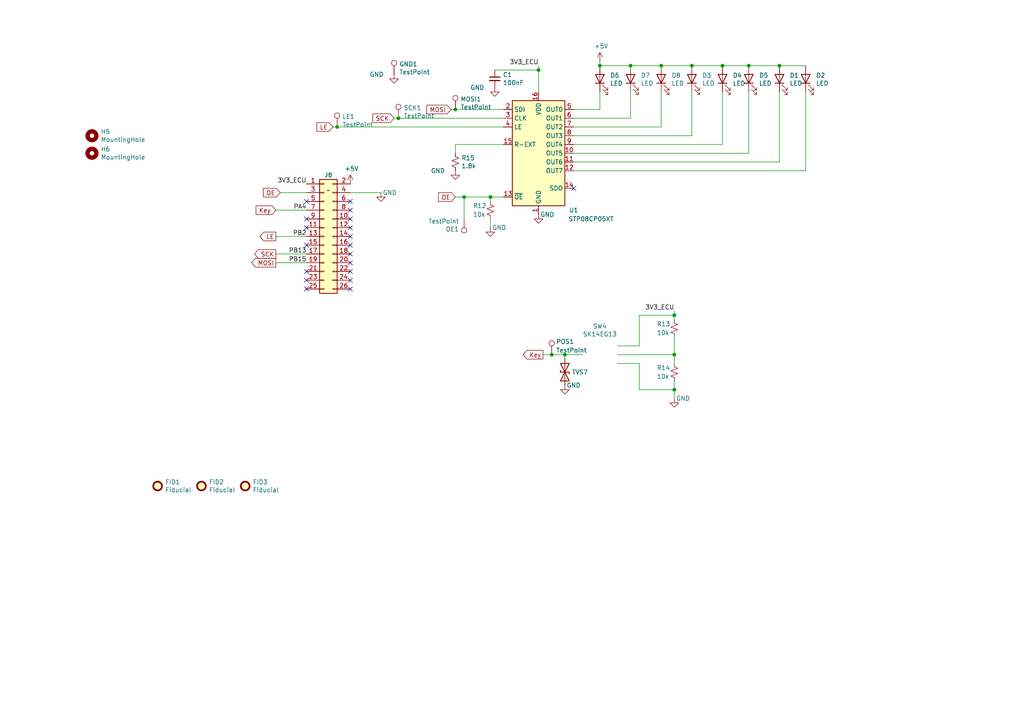
<source format=kicad_sch>
(kicad_sch (version 20231120) (generator "eeschema") (generator_version "8.0")
  (paper "A4")
  (title_block (title "Body - RAMN: Resistant Automotive Miniature Network V1") (date "2021-02-22") (rev "A") (company "Copyright (c) 2021 TOYOTA MOTOR CORPORATION. ALL RIGHTS RESERVED.") (comment 3 "License: CC BY-SA 4.0") (comment 4 "https://github.com/toyotainfotech/ramn"))
  (lib_symbols
    (symbol "Connector:TestPoint" (pin_numbers hide) (pin_names (offset 0.762) hide)
      (property "Reference" "TP" (at 0 6.858 0))
      (property "Value" "TestPoint" (at 0 5.08 0))
      (symbol "TestPoint_0_1"
        (circle (center 0 3.302) (radius 0.762))
      )
      (symbol "TestPoint_1_1"
        (pin passive line (at 0 0 90) (length 2.54) (name "1") (number "1"))
      )
    )
    (symbol "Connector_Generic:Conn_02x13_Odd_Even" (pin_names (offset 1.016) hide)
      (property "Reference" "J" (at 1.27 17.78 0))
      (property "Value" "Conn_02x13_Odd_Even" (at 1.27 -17.78 0))
      (symbol "Conn_02x13_Odd_Even_1_1"
        (rectangle (start -1.27 -15.113) (end 0 -15.367) (stroke (width 0.1524)))
        (rectangle (start -1.27 -12.573) (end 0 -12.827) (stroke (width 0.1524)))
        (rectangle (start -1.27 -10.033) (end 0 -10.287) (stroke (width 0.1524)))
        (rectangle (start -1.27 -7.493) (end 0 -7.747) (stroke (width 0.1524)))
        (rectangle (start -1.27 -4.953) (end 0 -5.207) (stroke (width 0.1524)))
        (rectangle (start -1.27 -2.413) (end 0 -2.667) (stroke (width 0.1524)))
        (rectangle (start -1.27 0.127) (end 0 -0.127) (stroke (width 0.1524)))
        (rectangle (start -1.27 2.667) (end 0 2.413) (stroke (width 0.1524)))
        (rectangle (start -1.27 5.207) (end 0 4.953) (stroke (width 0.1524)))
        (rectangle (start -1.27 7.747) (end 0 7.493) (stroke (width 0.1524)))
        (rectangle (start -1.27 10.287) (end 0 10.033) (stroke (width 0.1524)))
        (rectangle (start -1.27 12.827) (end 0 12.573) (stroke (width 0.1524)))
        (rectangle (start -1.27 15.367) (end 0 15.113) (stroke (width 0.1524)))
        (rectangle (start -1.27 16.51) (end 3.81 -16.51) (stroke (width 0.254)) (fill (type background)))
        (rectangle (start 3.81 -15.113) (end 2.54 -15.367) (stroke (width 0.1524)))
        (rectangle (start 3.81 -12.573) (end 2.54 -12.827) (stroke (width 0.1524)))
        (rectangle (start 3.81 -10.033) (end 2.54 -10.287) (stroke (width 0.1524)))
        (rectangle (start 3.81 -7.493) (end 2.54 -7.747) (stroke (width 0.1524)))
        (rectangle (start 3.81 -4.953) (end 2.54 -5.207) (stroke (width 0.1524)))
        (rectangle (start 3.81 -2.413) (end 2.54 -2.667) (stroke (width 0.1524)))
        (rectangle (start 3.81 0.127) (end 2.54 -0.127) (stroke (width 0.1524)))
        (rectangle (start 3.81 2.667) (end 2.54 2.413) (stroke (width 0.1524)))
        (rectangle (start 3.81 5.207) (end 2.54 4.953) (stroke (width 0.1524)))
        (rectangle (start 3.81 7.747) (end 2.54 7.493) (stroke (width 0.1524)))
        (rectangle (start 3.81 10.287) (end 2.54 10.033) (stroke (width 0.1524)))
        (rectangle (start 3.81 12.827) (end 2.54 12.573) (stroke (width 0.1524)))
        (rectangle (start 3.81 15.367) (end 2.54 15.113) (stroke (width 0.1524)))
        (pin passive line (at -5.08 15.24 0) (length 3.81) (name "Pin_1") (number "1"))
        (pin passive line (at 7.62 5.08 180) (length 3.81) (name "Pin_10") (number "10"))
        (pin passive line (at -5.08 2.54 0) (length 3.81) (name "Pin_11") (number "11"))
        (pin passive line (at 7.62 2.54 180) (length 3.81) (name "Pin_12") (number "12"))
        (pin passive line (at -5.08 0 0) (length 3.81) (name "Pin_13") (number "13"))
        (pin passive line (at 7.62 0 180) (length 3.81) (name "Pin_14") (number "14"))
        (pin passive line (at -5.08 -2.54 0) (length 3.81) (name "Pin_15") (number "15"))
        (pin passive line (at 7.62 -2.54 180) (length 3.81) (name "Pin_16") (number "16"))
        (pin passive line (at -5.08 -5.08 0) (length 3.81) (name "Pin_17") (number "17"))
        (pin passive line (at 7.62 -5.08 180) (length 3.81) (name "Pin_18") (number "18"))
        (pin passive line (at -5.08 -7.62 0) (length 3.81) (name "Pin_19") (number "19"))
        (pin passive line (at 7.62 15.24 180) (length 3.81) (name "Pin_2") (number "2"))
        (pin passive line (at 7.62 -7.62 180) (length 3.81) (name "Pin_20") (number "20"))
        (pin passive line (at -5.08 -10.16 0) (length 3.81) (name "Pin_21") (number "21"))
        (pin passive line (at 7.62 -10.16 180) (length 3.81) (name "Pin_22") (number "22"))
        (pin passive line (at -5.08 -12.7 0) (length 3.81) (name "Pin_23") (number "23"))
        (pin passive line (at 7.62 -12.7 180) (length 3.81) (name "Pin_24") (number "24"))
        (pin passive line (at -5.08 -15.24 0) (length 3.81) (name "Pin_25") (number "25"))
        (pin passive line (at 7.62 -15.24 180) (length 3.81) (name "Pin_26") (number "26"))
        (pin passive line (at -5.08 12.7 0) (length 3.81) (name "Pin_3") (number "3"))
        (pin passive line (at 7.62 12.7 180) (length 3.81) (name "Pin_4") (number "4"))
        (pin passive line (at -5.08 10.16 0) (length 3.81) (name "Pin_5") (number "5"))
        (pin passive line (at 7.62 10.16 180) (length 3.81) (name "Pin_6") (number "6"))
        (pin passive line (at -5.08 7.62 0) (length 3.81) (name "Pin_7") (number "7"))
        (pin passive line (at 7.62 7.62 180) (length 3.81) (name "Pin_8") (number "8"))
        (pin passive line (at -5.08 5.08 0) (length 3.81) (name "Pin_9") (number "9"))
      )
    )
    (symbol "Device:C_Small" (pin_numbers hide) (pin_names (offset 0.254) hide)
      (property "Reference" "C" (at 0.254 1.778 0))
      (property "Value" "C_Small" (at 0.254 -2.032 0))
      (symbol "C_Small_0_1"
        (polyline (pts (xy -1.524 -0.508) (xy 1.524 -0.508)) (stroke (width 0.3302)))
        (polyline (pts (xy -1.524 0.508) (xy 1.524 0.508)) (stroke (width 0.3048)))
      )
      (symbol "C_Small_1_1"
        (pin passive line (at 0 2.54 270) (length 2.032) (name "~") (number "1"))
        (pin passive line (at 0 -2.54 90) (length 2.032) (name "~") (number "2"))
      )
    )
    (symbol "Device:D_TVS" (pin_numbers hide) (pin_names (offset 1.016) hide)
      (property "Reference" "D" (at 0 2.54 0))
      (property "Value" "D_TVS" (at 0 -2.54 0))
      (symbol "D_TVS_0_1"
        (polyline (pts (xy 1.27 0) (xy -1.27 0)))
        (polyline (pts (xy 0.508 1.27) (xy 0 1.27) (xy 0 -1.27) (xy -0.508 -1.27)) (stroke (width 0.254)))
        (polyline (pts (xy -2.54 1.27) (xy -2.54 -1.27) (xy 2.54 1.27) (xy 2.54 -1.27) (xy -2.54 1.27)) (stroke (width 0.254)))
      )
      (symbol "D_TVS_1_1"
        (pin passive line (at -3.81 0 0) (length 2.54) (name "A1") (number "1"))
        (pin passive line (at 3.81 0 180) (length 2.54) (name "A2") (number "2"))
      )
    )
    (symbol "Device:LED" (pin_numbers hide) (pin_names (offset 1.016) hide)
      (property "Reference" "D" (at 0 2.54 0))
      (property "Value" "LED" (at 0 -2.54 0))
      (symbol "LED_0_1"
        (polyline (pts (xy -1.27 -1.27) (xy -1.27 1.27)) (stroke (width 0.254)))
        (polyline (pts (xy -1.27 0) (xy 1.27 0)))
        (polyline (pts (xy 1.27 -1.27) (xy 1.27 1.27) (xy -1.27 0) (xy 1.27 -1.27)) (stroke (width 0.254)))
        (polyline (pts (xy -3.048 -0.762) (xy -4.572 -2.286) (xy -3.81 -2.286) (xy -4.572 -2.286) (xy -4.572 -1.524)))
        (polyline (pts (xy -1.778 -0.762) (xy -3.302 -2.286) (xy -2.54 -2.286) (xy -3.302 -2.286) (xy -3.302 -1.524)))
      )
      (symbol "LED_1_1"
        (pin passive line (at -3.81 0 0) (length 2.54) (name "K") (number "1"))
        (pin passive line (at 3.81 0 180) (length 2.54) (name "A") (number "2"))
      )
    )
    (symbol "Device:R_Small_US" (pin_numbers hide) (pin_names (offset 0.254) hide)
      (property "Reference" "R" (at 0.762 0.508 0))
      (property "Value" "R_Small_US" (at 0.762 -1.016 0))
      (symbol "R_Small_US_1_1"
        (polyline (pts (xy 0 0) (xy 1.016 -0.381) (xy 0 -0.762) (xy -1.016 -1.143) (xy 0 -1.524)))
        (polyline (pts (xy 0 1.524) (xy 1.016 1.143) (xy 0 0.762) (xy -1.016 0.381) (xy 0 0)))
        (pin passive line (at 0 2.54 270) (length 1.016) (name "~") (number "1"))
        (pin passive line (at 0 -2.54 90) (length 1.016) (name "~") (number "2"))
      )
    )
    (symbol "Driver_LED:STP08CP05XT"
      (property "Reference" "U" (at -7.62 16.51 0))
      (property "Value" "STP08CP05XT" (at 1.27 16.51 0))
      (symbol "STP08CP05XT_0_1"
        (rectangle (start -7.62 15.24) (end 7.62 -15.24) (stroke (width 0.254)) (fill (type background)))
      )
      (symbol "STP08CP05XT_1_1"
        (pin power_in line (at 0 -17.78 90) (length 2.54) (name "GND") (number "1"))
        (pin output line (at 10.16 0 180) (length 2.54) (name "OUT5") (number "10"))
        (pin output line (at 10.16 -2.54 180) (length 2.54) (name "OUT6") (number "11"))
        (pin output line (at 10.16 -5.08 180) (length 2.54) (name "OUT7") (number "12"))
        (pin input line (at -10.16 -12.7 0) (length 2.54) (name "~{OE}") (number "13"))
        (pin output line (at 10.16 -10.16 180) (length 2.54) (name "SDO") (number "14"))
        (pin passive line (at -10.16 2.54 0) (length 2.54) (name "R-EXT") (number "15"))
        (pin power_in line (at 0 17.78 270) (length 2.54) (name "VDD") (number "16"))
        (pin passive line (at 0 -17.78 90) (length 2.54) hide (name "GND") (number "17"))
        (pin input line (at -10.16 12.7 0) (length 2.54) (name "SDI") (number "2"))
        (pin input line (at -10.16 10.16 0) (length 2.54) (name "CLK") (number "3"))
        (pin input line (at -10.16 7.62 0) (length 2.54) (name "LE") (number "4"))
        (pin output line (at 10.16 12.7 180) (length 2.54) (name "OUT0") (number "5"))
        (pin output line (at 10.16 10.16 180) (length 2.54) (name "OUT1") (number "6"))
        (pin output line (at 10.16 7.62 180) (length 2.54) (name "OUT2") (number "7"))
        (pin output line (at 10.16 5.08 180) (length 2.54) (name "OUT3") (number "8"))
        (pin output line (at 10.16 2.54 180) (length 2.54) (name "OUT4") (number "9"))
      )
    )
    (symbol "Mechanical:Fiducial" (exclude_from_sim yes) (in_bom no)
      (property "Reference" "FID" (at 0 5.08 0))
      (property "Value" "Fiducial" (at 0 3.175 0))
      (symbol "Fiducial_0_1"
        (circle (center 0 0) (radius 1.27) (stroke (width 0.508)) (fill (type background)))
      )
    )
    (symbol "Mechanical:MountingHole" (pin_names (offset 1.016)) (exclude_from_sim yes) (in_bom no)
      (property "Reference" "H" (at 0 5.08 0))
      (property "Value" "MountingHole" (at 0 3.175 0))
      (symbol "MountingHole_0_1"
        (circle (center 0 0) (radius 1.27) (stroke (width 1.27)))
      )
    )
    (symbol "power:+5V" (power) (pin_numbers hide) (pin_names (offset 0) hide)
      (property "Value" "+5V" (at 0 3.556 0))
      (symbol "+5V_0_1"
        (polyline (pts (xy -0.762 1.27) (xy 0 2.54)))
        (polyline (pts (xy 0 0) (xy 0 2.54)))
        (polyline (pts (xy 0 2.54) (xy 0.762 1.27)))
      )
      (symbol "+5V_1_1"
        (pin power_in line (at 0 0 90) (length 0) (name "~") (number "1"))
      )
    )
    (symbol "power:GND" (power) (pin_numbers hide) (pin_names (offset 0) hide)
      (property "Value" "GND" (at 0 -3.81 0))
      (symbol "GND_0_1"
        (polyline (pts (xy 0 0) (xy 0 -1.27) (xy 1.27 -1.27) (xy 0 -2.54) (xy -1.27 -1.27) (xy 0 -1.27)))
      )
      (symbol "GND_1_1"
        (pin power_in line (at 0 0 270) (length 0) (name "~") (number "1"))
      )
    )
  )
  (junction (at 173.99 19.05))
  (junction (at 195.58 91.44))
  (junction (at 217.17 19.05))
  (junction (at 195.58 113.03))
  (junction (at 191.77 19.05))
  (junction (at 209.55 19.05))
  (junction (at 163.83 102.87))
  (junction (at 115.57 34.29))
  (junction (at 142.24 57.15))
  (junction (at 134.62 57.15))
  (junction (at 195.58 102.87))
  (junction (at 182.88 19.05))
  (junction (at 156.21 20.32))
  (junction (at 132.08 31.75))
  (junction (at 160.02 102.87))
  (junction (at 97.79 36.83))
  (junction (at 200.66 19.05))
  (junction (at 226.06 19.05))
  (no_connect (at 101.6 83.82))
  (no_connect (at 101.6 76.2))
  (no_connect (at 101.6 66.04))
  (no_connect (at 101.6 73.66))
  (no_connect (at 88.9 66.04))
  (no_connect (at 101.6 71.12))
  (no_connect (at 101.6 78.74))
  (no_connect (at 166.37 54.61))
  (no_connect (at 101.6 60.96))
  (no_connect (at 101.6 58.42))
  (no_connect (at 101.6 68.58))
  (no_connect (at 88.9 71.12))
  (no_connect (at 88.9 58.42))
  (no_connect (at 101.6 63.5))
  (no_connect (at 101.6 81.28))
  (no_connect (at 88.9 63.5))
  (no_connect (at 88.9 83.82))
  (no_connect (at 88.9 81.28))
  (no_connect (at 88.9 78.74))
  (wire (pts (xy 163.83 104.14) (xy 163.83 102.87)))
  (wire (pts (xy 185.42 113.03) (xy 195.58 113.03)))
  (wire (pts (xy 88.9 55.88) (xy 81.28 55.88)))
  (wire (pts (xy 97.79 36.83) (xy 146.05 36.83)))
  (wire (pts (xy 163.83 102.87) (xy 160.02 102.87)))
  (wire (pts (xy 226.06 19.05) (xy 233.68 19.05)))
  (wire (pts (xy 173.99 19.05) (xy 182.88 19.05)))
  (wire (pts (xy 191.77 36.83) (xy 191.77 26.67)))
  (wire (pts (xy 142.24 58.42) (xy 142.24 57.15)))
  (wire (pts (xy 233.68 49.53) (xy 233.68 26.67)))
  (wire (pts (xy 80.01 73.66) (xy 88.9 73.66)))
  (wire (pts (xy 209.55 19.05) (xy 217.17 19.05)))
  (wire (pts (xy 166.37 39.37) (xy 200.66 39.37)))
  (wire (pts (xy 88.9 60.96) (xy 80.01 60.96)))
  (wire (pts (xy 200.66 39.37) (xy 200.66 26.67)))
  (wire (pts (xy 134.62 57.15) (xy 132.08 57.15)))
  (wire (pts (xy 80.01 76.2) (xy 88.9 76.2)))
  (wire (pts (xy 185.42 100.33) (xy 185.42 91.44)))
  (wire (pts (xy 195.58 90.17) (xy 195.58 91.44)))
  (wire (pts (xy 195.58 113.03) (xy 195.58 115.57)))
  (wire (pts (xy 132.08 41.91) (xy 146.05 41.91)))
  (wire (pts (xy 132.08 31.75) (xy 146.05 31.75)))
  (wire (pts (xy 156.21 20.32) (xy 156.21 26.67)))
  (wire (pts (xy 166.37 36.83) (xy 191.77 36.83)))
  (wire (pts (xy 173.99 17.78) (xy 173.99 19.05)))
  (wire (pts (xy 160.02 102.87) (xy 157.48 102.87)))
  (wire (pts (xy 200.66 19.05) (xy 209.55 19.05)))
  (wire (pts (xy 168.91 102.87) (xy 163.83 102.87)))
  (wire (pts (xy 185.42 105.41) (xy 185.42 113.03)))
  (wire (pts (xy 166.37 41.91) (xy 209.55 41.91)))
  (wire (pts (xy 166.37 34.29) (xy 182.88 34.29)))
  (wire (pts (xy 185.42 91.44) (xy 195.58 91.44)))
  (wire (pts (xy 101.6 55.88) (xy 110.49 55.88)))
  (wire (pts (xy 96.52 36.83) (xy 97.79 36.83)))
  (wire (pts (xy 217.17 19.05) (xy 226.06 19.05)))
  (wire (pts (xy 179.07 105.41) (xy 185.42 105.41)))
  (wire (pts (xy 115.57 34.29) (xy 146.05 34.29)))
  (wire (pts (xy 195.58 91.44) (xy 195.58 92.71)))
  (wire (pts (xy 173.99 26.67) (xy 173.99 31.75)))
  (wire (pts (xy 173.99 31.75) (xy 166.37 31.75)))
  (wire (pts (xy 142.24 57.15) (xy 146.05 57.15)))
  (wire (pts (xy 182.88 19.05) (xy 191.77 19.05)))
  (wire (pts (xy 191.77 19.05) (xy 200.66 19.05)))
  (wire (pts (xy 143.51 20.32) (xy 156.21 20.32)))
  (wire (pts (xy 132.08 31.75) (xy 130.81 31.75)))
  (wire (pts (xy 217.17 44.45) (xy 217.17 26.67)))
  (wire (pts (xy 195.58 102.87) (xy 195.58 105.41)))
  (wire (pts (xy 134.62 57.15) (xy 134.62 63.5)))
  (wire (pts (xy 195.58 110.49) (xy 195.58 113.03)))
  (wire (pts (xy 142.24 66.04) (xy 142.24 63.5)))
  (wire (pts (xy 166.37 44.45) (xy 217.17 44.45)))
  (wire (pts (xy 226.06 46.99) (xy 226.06 26.67)))
  (wire (pts (xy 132.08 44.45) (xy 132.08 41.91)))
  (wire (pts (xy 179.07 102.87) (xy 195.58 102.87)))
  (wire (pts (xy 179.07 100.33) (xy 185.42 100.33)))
  (wire (pts (xy 115.57 34.29) (xy 114.3 34.29)))
  (wire (pts (xy 166.37 49.53) (xy 233.68 49.53)))
  (wire (pts (xy 209.55 41.91) (xy 209.55 26.67)))
  (wire (pts (xy 80.01 68.58) (xy 88.9 68.58)))
  (wire (pts (xy 166.37 46.99) (xy 226.06 46.99)))
  (wire (pts (xy 156.21 19.05) (xy 156.21 20.32)))
  (wire (pts (xy 182.88 34.29) (xy 182.88 26.67)))
  (wire (pts (xy 195.58 97.79) (xy 195.58 102.87)))
  (wire (pts (xy 134.62 57.15) (xy 142.24 57.15)))
  (label "3V3_ECU" (at 156.21 19.05 180))
  (label "PB2" (at 88.9 68.58 180))
  (label "3V3_ECU" (at 195.58 90.17 180))
  (label "PB13" (at 88.9 73.66 180))
  (label "3V3_ECU" (at 88.9 53.34 180))
  (label "PB15" (at 88.9 76.2 180))
  (label "PA4" (at 88.9 60.96 180))
  (global_label "MOSI" (shape output) (at 80.01 76.2 180) (property "Intersheetrefs" "${INTERSHEET_REFS}" (effects (hide yes))))
  (global_label "OE" (shape input) (at 81.28 55.88 180) (property "Intersheetrefs" "${INTERSHEET_REFS}" (effects (hide yes))))
  (global_label "SCK" (shape input) (at 114.3 34.29 180) (property "Intersheetrefs" "${INTERSHEET_REFS}" (effects (hide yes))))
  (global_label "Key" (shape output) (at 157.48 102.87 180) (property "Intersheetrefs" "${INTERSHEET_REFS}" (effects (hide yes))))
  (global_label "OE" (shape input) (at 132.08 57.15 180) (property "Intersheetrefs" "${INTERSHEET_REFS}" (effects (hide yes))))
  (global_label "SCK" (shape output) (at 80.01 73.66 180) (property "Intersheetrefs" "${INTERSHEET_REFS}" (effects (hide yes))))
  (global_label "LE" (shape output) (at 80.01 68.58 180) (property "Intersheetrefs" "${INTERSHEET_REFS}" (effects (hide yes))))
  (global_label "Key" (shape input) (at 80.01 60.96 180) (property "Intersheetrefs" "${INTERSHEET_REFS}" (effects (hide yes))))
  (global_label "LE" (shape input) (at 96.52 36.83 180) (property "Intersheetrefs" "${INTERSHEET_REFS}" (effects (hide yes))))
  (global_label "MOSI" (shape input) (at 130.81 31.75 180) (property "Intersheetrefs" "${INTERSHEET_REFS}" (effects (hide yes))))
  (symbol (lib_id "Mechanical:MountingHole") (at 26.67 39.37 0) (unit 1)
    (property "Reference" "H5" (at 29.21 38.2016 0) (effects (justify left)))
    (property "Value" "MountingHole" (at 29.21 40.513 0) (effects (justify left)))
    (property "Footprint" "MountingHole:MountingHole_3.2mm_M3_ISO7380" (effects (hide yes)))
  )
  (symbol (lib_id "Mechanical:MountingHole") (at 26.67 44.45 0) (unit 1)
    (property "Reference" "H6" (at 29.21 43.2816 0) (effects (justify left)))
    (property "Value" "MountingHole" (at 29.21 45.593 0) (effects (justify left)))
    (property "Footprint" "MountingHole:MountingHole_3.2mm_M3_ISO7380" (effects (hide yes)))
  )
  (symbol (lib_id "Driver_LED:STP08CP05XT") (at 156.21 44.45 0) (unit 1)
    (property "Reference" "U1" (at 166.37 60.96 0))
    (property "Value" "STP08CP05XT" (at 171.45 63.5 0))
    (property "Footprint" "Package_SO:HTSSOP-16-1EP_4.4x5mm_P0.65mm_EP3x3mm" (effects (hide yes)))
    (property "Datasheet" "https://www.st.com/resource/en/datasheet/stp08cp05.pdf" (effects (hide yes)))
  )
  (symbol (lib_id "Device:LED") (at 226.06 22.86 90) (unit 1)
    (property "Reference" "D1" (at 229.0318 21.8694 90) (effects (justify right)))
    (property "Value" "LED" (at 229.0318 24.1808 90) (effects (justify right)))
    (property "Footprint" "LED_SMD:LED_0603_1608Metric" (effects (hide yes)))
  )
  (symbol (lib_id "Device:LED") (at 191.77 22.86 90) (unit 1)
    (property "Reference" "D8" (at 194.7418 21.8694 90) (effects (justify right)))
    (property "Value" "LED" (at 194.7418 24.1808 90) (effects (justify right)))
    (property "Footprint" "LED_SMD:LED_0603_1608Metric" (effects (hide yes)))
  )
  (symbol (lib_id "Device:LED") (at 209.55 22.86 90) (unit 1)
    (property "Reference" "D4" (at 212.5218 21.8694 90) (effects (justify right)))
    (property "Value" "LED" (at 212.5218 24.1808 90) (effects (justify right)))
    (property "Footprint" "LED_SMD:LED_0603_1608Metric" (effects (hide yes)))
  )
  (symbol (lib_id "Device:LED") (at 200.66 22.86 90) (unit 1)
    (property "Reference" "D3" (at 203.6318 21.8694 90) (effects (justify right)))
    (property "Value" "LED" (at 203.6318 24.1808 90) (effects (justify right)))
    (property "Footprint" "LED_SMD:LED_0603_1608Metric" (effects (hide yes)))
  )
  (symbol (lib_id "Device:LED") (at 173.99 22.86 90) (unit 1)
    (property "Reference" "D6" (at 176.9618 21.8694 90) (effects (justify right)))
    (property "Value" "LED" (at 176.9618 24.1808 90) (effects (justify right)))
    (property "Footprint" "LED_SMD:LED_0603_1608Metric" (effects (hide yes)))
  )
  (symbol (lib_id "Device:LED") (at 217.17 22.86 90) (unit 1)
    (property "Reference" "D5" (at 220.1418 21.8694 90) (effects (justify right)))
    (property "Value" "LED" (at 220.1418 24.1808 90) (effects (justify right)))
    (property "Footprint" "LED_SMD:LED_0603_1608Metric" (effects (hide yes)))
  )
  (symbol (lib_id "Device:LED") (at 233.68 22.86 90) (unit 1)
    (property "Reference" "D2" (at 236.6518 21.8694 90) (effects (justify right)))
    (property "Value" "LED" (at 236.6518 24.1808 90) (effects (justify right)))
    (property "Footprint" "LED_SMD:LED_0603_1608Metric" (effects (hide yes)))
  )
  (symbol (lib_id "Device:LED") (at 182.88 22.86 90) (unit 1)
    (property "Reference" "D7" (at 185.8518 21.8694 90) (effects (justify right)))
    (property "Value" "LED" (at 185.8518 24.1808 90) (effects (justify right)))
    (property "Footprint" "LED_SMD:LED_0603_1608Metric" (effects (hide yes)))
  )
  (symbol (lib_id "power:+5V") (at 173.99 17.78 0) (unit 1)
    (property "Reference" "#PWR01" (effects (hide yes)))
    (property "Value" "+5V" (at 174.371 13.3858 0))
  )
  (symbol (lib_id "Device:R_Small_US") (at 132.08 46.99 180) (unit 1)
    (property "Reference" "R15" (at 133.8072 45.8216 0) (effects (justify right)))
    (property "Value" "1.8k" (at 133.8072 48.133 0) (effects (justify right)))
    (property "Footprint" "Resistor_SMD:R_0603_1608Metric" (effects (hide yes)))
  )
  (symbol (lib_id "power:GND") (at 132.08 49.53 0) (unit 1)
    (property "Reference" "#PWR04" (effects (hide yes)))
    (property "Value" "GND" (at 127 49.53 0))
  )
  (symbol (lib_id "power:GND") (at 156.21 62.23 0) (unit 1)
    (property "Reference" "#PWR07" (effects (hide yes)))
    (property "Value" "GND" (at 158.75 62.23 0))
  )
  (symbol (lib_id "Connector_Generic:Conn_02x13_Odd_Even") (at 93.98 68.58 0) (unit 1)
    (property "Reference" "J8" (at 95.25 50.8 0))
    (property "Value" "~" (at 95.25 55.2196 0))
    (property "Footprint" "Connector_PinSocket_2.54mm:PinSocket_2x13_P2.54mm_Vertical" (effects (hide yes)))
  )
  (symbol (lib_id "power:GND") (at 110.49 55.88 0) (unit 1)
    (property "Reference" "#PWR06" (effects (hide yes)))
    (property "Value" "GND" (at 113.03 55.88 0))
  )
  (symbol (lib_id "power:+5V") (at 101.6 53.34 0) (unit 1)
    (property "Reference" "#PWR05" (effects (hide yes)))
    (property "Value" "+5V" (at 101.981 48.9458 0))
  )
  (symbol (lib_id "Connector:TestPoint") (at 132.08 31.75 0) (unit 1)
    (property "Reference" "MOSI1" (at 133.5532 28.7528 0) (effects (justify left)))
    (property "Value" "TestPoint" (at 133.5532 31.0642 0) (effects (justify left)))
    (property "Footprint" "Global_Library:KEYSTONE_5002" (effects (hide yes)))
  )
  (symbol (lib_id "Connector:TestPoint") (at 115.57 34.29 0) (unit 1)
    (property "Reference" "SCK1" (at 117.0432 31.2928 0) (effects (justify left)))
    (property "Value" "TestPoint" (at 117.0432 33.6042 0) (effects (justify left)))
    (property "Footprint" "Global_Library:KEYSTONE_5002" (effects (hide yes)))
  )
  (symbol (lib_id "Connector:TestPoint") (at 97.79 36.83 0) (unit 1)
    (property "Reference" "LE1" (at 99.2632 33.8328 0) (effects (justify left)))
    (property "Value" "TestPoint" (at 99.2632 36.1442 0) (effects (justify left)))
    (property "Footprint" "Global_Library:KEYSTONE_5002" (effects (hide yes)))
  )
  (symbol (lib_id "Connector:TestPoint") (at 114.3 21.59 0) (unit 1)
    (property "Reference" "GND1" (at 115.7732 18.5928 0) (effects (justify left)))
    (property "Value" "TestPoint" (at 115.7732 20.9042 0) (effects (justify left)))
    (property "Footprint" "Global_Library:KEYSTONE_5002" (effects (hide yes)))
  )
  (symbol (lib_id "power:GND") (at 114.3 21.59 0) (unit 1)
    (property "Reference" "#PWR02" (effects (hide yes)))
    (property "Value" "GND" (at 109.22 21.59 0))
  )
  (symbol (lib_id "Device:C_Small") (at 143.51 22.86 0) (unit 1)
    (property "Reference" "C1" (at 145.8468 21.6916 0) (effects (justify left)))
    (property "Value" "100nF" (at 145.8468 24.003 0) (effects (justify left)))
    (property "Footprint" "Capacitor_SMD:C_0603_1608Metric" (effects (hide yes)))
  )
  (symbol (lib_id "power:GND") (at 143.51 25.4 0) (unit 1)
    (property "Reference" "#PWR03" (effects (hide yes)))
    (property "Value" "GND" (at 138.43 25.4 0))
  )
  (symbol (lib_id "Connector:TestPoint") (at 160.02 102.87 0) (unit 1)
    (property "Reference" "POS1" (at 161.29 99.06 0) (effects (justify left)))
    (property "Value" "TestPoint" (at 161.29 101.6 0) (effects (justify left)))
    (property "Footprint" "Global_Library:KEYSTONE_5002" (effects (hide yes)))
  )
  (symbol (lib_id "Connector:TestPoint") (at 134.62 63.5 180) (unit 1)
    (property "Reference" "OE1" (at 133.1468 66.4972 0) (effects (justify left)))
    (property "Value" "TestPoint" (at 133.1468 64.1858 0) (effects (justify left)))
    (property "Footprint" "Global_Library:KEYSTONE_5002" (effects (hide yes)))
  )
  (symbol (lib_id "power:GND") (at 195.58 115.57 0) (unit 1)
    (property "Reference" "#PWR010" (effects (hide yes)))
    (property "Value" "GND" (at 198.12 115.57 0))
  )
  (symbol (lib_id "Device:R_Small_US") (at 195.58 95.25 180) (unit 1)
    (property "Reference" "R13" (at 190.5 93.98 0) (effects (justify right)))
    (property "Value" "10k" (at 190.5 96.52 0) (effects (justify right)))
    (property "Footprint" "Resistor_SMD:R_0603_1608Metric" (effects (hide yes)))
  )
  (symbol (lib_id "Device:R_Small_US") (at 142.24 60.96 180) (unit 1)
    (property "Reference" "R12" (at 137.16 59.69 0) (effects (justify right)))
    (property "Value" "10k" (at 137.16 62.23 0) (effects (justify right)))
    (property "Footprint" "Resistor_SMD:R_0603_1608Metric" (effects (hide yes)))
  )
  (symbol (lib_id "power:GND") (at 142.24 66.04 0) (unit 1)
    (property "Reference" "#PWR08" (effects (hide yes)))
    (property "Value" "GND" (at 144.78 66.04 0))
  )
  (symbol (lib_id "Device:D_TVS") (at 163.83 107.95 270) (unit 1)
    (property "Reference" "TVS7" (at 165.862 107.95 90) (effects (justify left)))
    (property "Value" "D_TVS" (effects (hide yes)))
    (property "Footprint" "Diode_SMD:D_SOD-123F" (effects (hide yes)))
  )
  (symbol (lib_id "power:GND") (at 163.83 111.76 0) (unit 1)
    (property "Reference" "#PWR0101" (effects (hide yes)))
    (property "Value" "GND" (at 166.37 111.76 0))
  )
  (symbol (lib_id "custom:SK14EG13") (at 173.99 102.87 0) (mirror x) (unit 1)
    (property "Reference" "SW4" (at 173.99 94.615 0))
    (property "Value" "SK14EG13" (at 173.99 96.9264 0))
    (property "Footprint" "custom:SK14EG13" (effects (hide yes)))
  )
  (symbol (lib_id "Device:R_Small_US") (at 195.58 107.95 180) (unit 1)
    (property "Reference" "R14" (at 190.5 106.68 0) (effects (justify right)))
    (property "Value" "10k" (at 190.5 109.22 0) (effects (justify right)))
    (property "Footprint" "Resistor_SMD:R_0603_1608Metric" (effects (hide yes)))
  )
  (symbol (lib_id "Mechanical:Fiducial") (at 45.72 140.97 0) (unit 1)
    (property "Reference" "FID1" (at 47.879 139.8016 0) (effects (justify left)))
    (property "Value" "Fiducial" (at 47.879 142.113 0) (effects (justify left)))
    (property "Footprint" "Fiducial:Fiducial_1mm_Mask2mm" (effects (hide yes)))
  )
  (symbol (lib_id "Mechanical:Fiducial") (at 58.42 140.97 0) (unit 1)
    (property "Reference" "FID2" (at 60.579 139.8016 0) (effects (justify left)))
    (property "Value" "Fiducial" (at 60.579 142.113 0) (effects (justify left)))
    (property "Footprint" "Fiducial:Fiducial_1mm_Mask2mm" (effects (hide yes)))
  )
  (symbol (lib_id "Mechanical:Fiducial") (at 71.12 140.97 0) (unit 1)
    (property "Reference" "FID3" (at 73.279 139.8016 0) (effects (justify left)))
    (property "Value" "Fiducial" (at 73.279 142.113 0) (effects (justify left)))
    (property "Footprint" "Fiducial:Fiducial_1mm_Mask2mm" (effects (hide yes)))
  )
)
</source>
